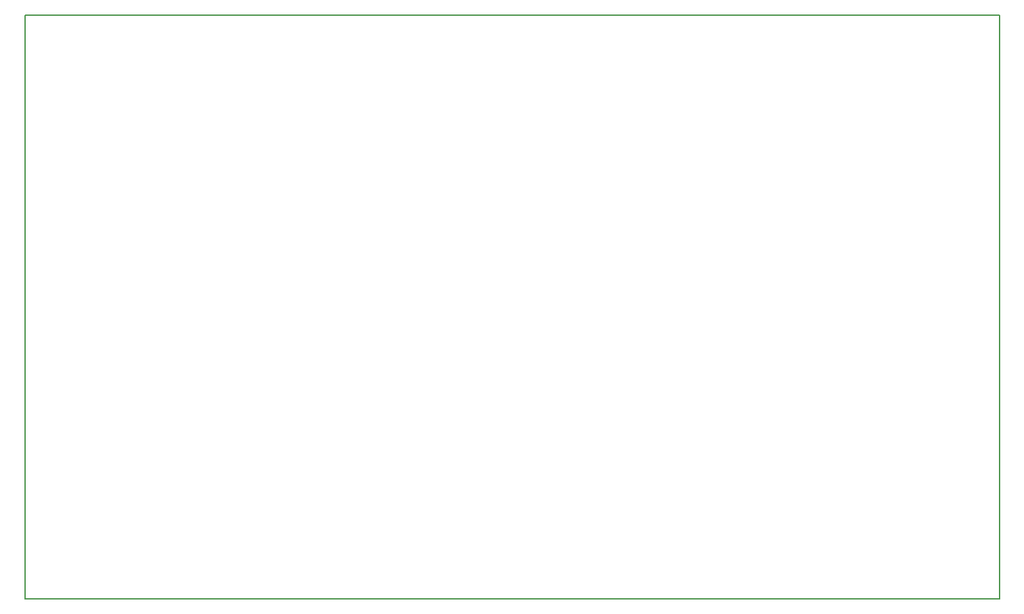
<source format=gbr>
%TF.GenerationSoftware,KiCad,Pcbnew,9.0.3*%
%TF.CreationDate,2025-09-06T19:42:56+07:00*%
%TF.ProjectId,Ex1,4578312e-6b69-4636-9164-5f7063625858,rev?*%
%TF.SameCoordinates,Original*%
%TF.FileFunction,Profile,NP*%
%FSLAX46Y46*%
G04 Gerber Fmt 4.6, Leading zero omitted, Abs format (unit mm)*
G04 Created by KiCad (PCBNEW 9.0.3) date 2025-09-06 19:42:56*
%MOMM*%
%LPD*%
G01*
G04 APERTURE LIST*
%TA.AperFunction,Profile*%
%ADD10C,0.200000*%
%TD*%
G04 APERTURE END LIST*
D10*
X64500000Y-37000000D02*
X189500000Y-37000000D01*
X189500000Y-112000000D02*
X64500000Y-112000000D01*
X64500000Y-112000000D02*
X64500000Y-37000000D01*
X189500000Y-37000000D02*
X189500000Y-112000000D01*
M02*

</source>
